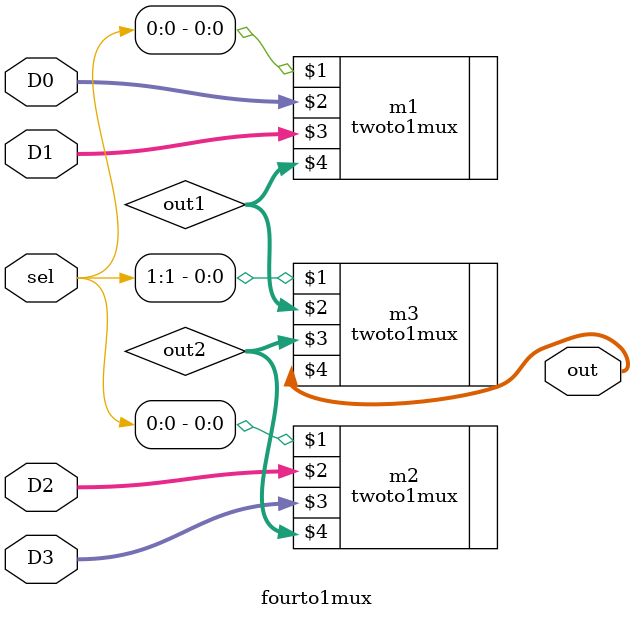
<source format=v>
`include "2to1mux.v"

module fourto1mux(sel, D0, D1, D2, D3, out);
    parameter n=32;
    input [1:0] sel;
    input [n-1:0] D0, D1, D2, D3;
    output [n-1:0] out;
    wire [n-1:0] out1, out2; 

    twoto1mux m1(sel[0], D0, D1, out1);
    twoto1mux m2(sel[0], D2, D3, out2);
    twoto1mux m3(sel[1], out1, out2, out);

endmodule

</source>
